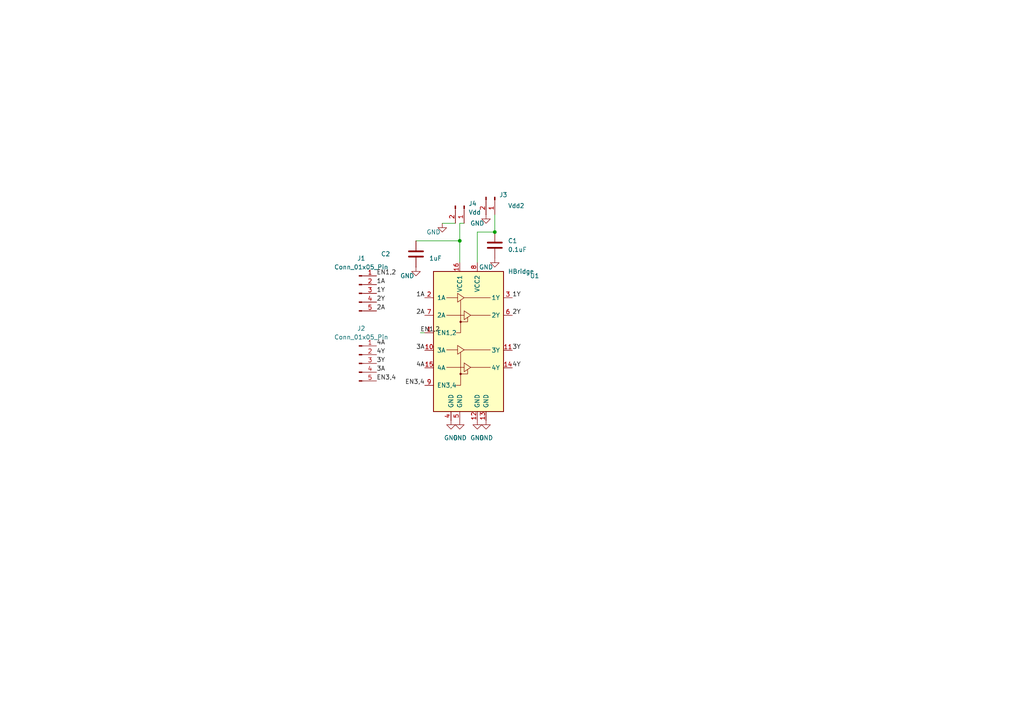
<source format=kicad_sch>
(kicad_sch (version 20231120) (generator "eeschema") (generator_version "8.0")
  (paper "A4")
  (lib_symbols
    (symbol "Connector:Conn_01x02_Pin" (pin_names (offset 1.016) hide)
      (property "Reference" "J" (at 0 2.54 0))
      (property "Value" "Conn_01x02_Pin" (at 0 -5.08 0))
      (symbol "Conn_01x02_Pin_1_1"
        (polyline (pts (xy 1.27 -2.54) (xy 0.8636 -2.54)) (stroke (width 0.1524)))
        (polyline (pts (xy 1.27 0) (xy 0.8636 0)) (stroke (width 0.1524)))
        (rectangle (start 0.8636 -2.413) (end 0 -2.667) (stroke (width 0.1524)) (fill (type outline)))
        (rectangle (start 0.8636 0.127) (end 0 -0.127) (stroke (width 0.1524)) (fill (type outline)))
        (pin passive line (at 5.08 0 180) (length 3.81) (name "Pin_1") (number "1"))
        (pin passive line (at 5.08 -2.54 180) (length 3.81) (name "Pin_2") (number "2"))
      )
    )
    (symbol "Connector:Conn_01x05_Pin" (pin_names (offset 1.016) hide)
      (property "Reference" "J" (at 0 7.62 0))
      (property "Value" "Conn_01x05_Pin" (at 0 -7.62 0))
      (symbol "Conn_01x05_Pin_1_1"
        (polyline (pts (xy 1.27 -5.08) (xy 0.8636 -5.08)) (stroke (width 0.1524)))
        (polyline (pts (xy 1.27 -2.54) (xy 0.8636 -2.54)) (stroke (width 0.1524)))
        (polyline (pts (xy 1.27 0) (xy 0.8636 0)) (stroke (width 0.1524)))
        (polyline (pts (xy 1.27 2.54) (xy 0.8636 2.54)) (stroke (width 0.1524)))
        (polyline (pts (xy 1.27 5.08) (xy 0.8636 5.08)) (stroke (width 0.1524)))
        (rectangle (start 0.8636 -4.953) (end 0 -5.207) (stroke (width 0.1524)) (fill (type outline)))
        (rectangle (start 0.8636 -2.413) (end 0 -2.667) (stroke (width 0.1524)) (fill (type outline)))
        (rectangle (start 0.8636 0.127) (end 0 -0.127) (stroke (width 0.1524)) (fill (type outline)))
        (rectangle (start 0.8636 2.667) (end 0 2.413) (stroke (width 0.1524)) (fill (type outline)))
        (rectangle (start 0.8636 5.207) (end 0 4.953) (stroke (width 0.1524)) (fill (type outline)))
        (pin passive line (at 5.08 5.08 180) (length 3.81) (name "Pin_1") (number "1"))
        (pin passive line (at 5.08 2.54 180) (length 3.81) (name "Pin_2") (number "2"))
        (pin passive line (at 5.08 0 180) (length 3.81) (name "Pin_3") (number "3"))
        (pin passive line (at 5.08 -2.54 180) (length 3.81) (name "Pin_4") (number "4"))
        (pin passive line (at 5.08 -5.08 180) (length 3.81) (name "Pin_5") (number "5"))
      )
    )
    (symbol "Device:C" (pin_numbers hide) (pin_names (offset 0.254))
      (property "Reference" "C" (at 0.635 2.54 0))
      (property "Value" "C" (at 0.635 -2.54 0))
      (symbol "C_0_1"
        (polyline (pts (xy -2.032 -0.762) (xy 2.032 -0.762)) (stroke (width 0.508)))
        (polyline (pts (xy -2.032 0.762) (xy 2.032 0.762)) (stroke (width 0.508)))
      )
      (symbol "C_1_1"
        (pin passive line (at 0 3.81 270) (length 2.794) (name "~") (number "1"))
        (pin passive line (at 0 -3.81 90) (length 2.794) (name "~") (number "2"))
      )
    )
    (symbol "Driver_Motor:L293D" (pin_names (offset 1.016))
      (property "Reference" "U" (at -5.08 26.035 0))
      (property "Value" "L293D" (at -5.08 24.13 0))
      (symbol "L293D_0_1"
        (rectangle (start -10.16 22.86) (end 10.16 -17.78) (stroke (width 0.254)) (fill (type background)))
        (circle (center -2.286 -6.858) (radius 0.254) (fill (type outline)))
        (circle (center -2.286 8.255) (radius 0.254) (fill (type outline)))
        (polyline (pts (xy -6.35 -4.953) (xy -1.27 -4.953)))
        (polyline (pts (xy -6.35 0.127) (xy -3.175 0.127)))
        (polyline (pts (xy -6.35 10.16) (xy -1.27 10.16)))
        (polyline (pts (xy -6.35 15.24) (xy -3.175 15.24)))
        (polyline (pts (xy -1.27 0.127) (xy 6.35 0.127)))
        (polyline (pts (xy -1.27 15.24) (xy 6.35 15.24)))
        (polyline (pts (xy 0.635 -4.953) (xy 6.35 -4.953)))
        (polyline (pts (xy 0.635 10.16) (xy 6.35 10.16)))
        (polyline (pts (xy -2.286 -6.858) (xy -0.254 -6.858) (xy -0.254 -5.588)))
        (polyline (pts (xy -2.286 -0.635) (xy -2.286 -10.16) (xy -3.556 -10.16)))
        (polyline (pts (xy -2.286 8.255) (xy -0.254 8.255) (xy -0.254 9.525)))
        (polyline (pts (xy -2.286 14.478) (xy -2.286 5.08) (xy -3.556 5.08)))
        (polyline (pts (xy -3.175 1.397) (xy -3.175 -1.143) (xy -1.27 0.127) (xy -3.175 1.397)))
        (polyline (pts (xy -3.175 16.51) (xy -3.175 13.97) (xy -1.27 15.24) (xy -3.175 16.51)))
        (polyline (pts (xy -1.27 -3.683) (xy -1.27 -6.223) (xy 0.635 -4.953) (xy -1.27 -3.683)))
        (polyline (pts (xy -1.27 11.43) (xy -1.27 8.89) (xy 0.635 10.16) (xy -1.27 11.43)))
      )
      (symbol "L293D_1_1"
        (pin input line (at -12.7 5.08 0) (length 2.54) (name "EN1,2") (number "1"))
        (pin input line (at -12.7 0 0) (length 2.54) (name "3A") (number "10"))
        (pin output line (at 12.7 0 180) (length 2.54) (name "3Y") (number "11"))
        (pin power_in line (at 2.54 -20.32 90) (length 2.54) (name "GND") (number "12"))
        (pin power_in line (at 5.08 -20.32 90) (length 2.54) (name "GND") (number "13"))
        (pin output line (at 12.7 -5.08 180) (length 2.54) (name "4Y") (number "14"))
        (pin input line (at -12.7 -5.08 0) (length 2.54) (name "4A") (number "15"))
        (pin power_in line (at -2.54 25.4 270) (length 2.54) (name "VCC1") (number "16"))
        (pin input line (at -12.7 15.24 0) (length 2.54) (name "1A") (number "2"))
        (pin output line (at 12.7 15.24 180) (length 2.54) (name "1Y") (number "3"))
        (pin power_in line (at -5.08 -20.32 90) (length 2.54) (name "GND") (number "4"))
        (pin power_in line (at -2.54 -20.32 90) (length 2.54) (name "GND") (number "5"))
        (pin output line (at 12.7 10.16 180) (length 2.54) (name "2Y") (number "6"))
        (pin input line (at -12.7 10.16 0) (length 2.54) (name "2A") (number "7"))
        (pin power_in line (at 2.54 25.4 270) (length 2.54) (name "VCC2") (number "8"))
        (pin input line (at -12.7 -10.16 0) (length 2.54) (name "EN3,4") (number "9"))
      )
    )
    (symbol "power:GND" (power) (pin_numbers hide) (pin_names (offset 0) hide)
      (property "Value" "GND" (at 0 -3.81 0))
      (symbol "GND_0_1"
        (polyline (pts (xy 0 0) (xy 0 -1.27) (xy 1.27 -1.27) (xy 0 -2.54) (xy -1.27 -1.27) (xy 0 -1.27)))
      )
      (symbol "GND_1_1"
        (pin power_in line (at 0 0 270) (length 0) (name "~") (number "1"))
      )
    )
  )
  (junction (at 133.35 69.85))
  (junction (at 143.51 67.31))
  (wire (pts (xy 128.27 64.77) (xy 132.08 64.77)))
  (wire (pts (xy 143.51 62.23) (xy 143.51 67.31)))
  (wire (pts (xy 133.35 69.85) (xy 133.35 76.2)))
  (wire (pts (xy 133.35 64.77) (xy 133.35 69.85)))
  (wire (pts (xy 138.43 67.31) (xy 143.51 67.31)))
  (wire (pts (xy 120.65 69.85) (xy 133.35 69.85)))
  (wire (pts (xy 121.92 96.52) (xy 123.19 96.52)))
  (wire (pts (xy 133.35 64.77) (xy 134.62 64.77)))
  (wire (pts (xy 138.43 67.31) (xy 138.43 76.2)))
  (label "4A" (at 123.19 106.68 180))
  (label "3Y" (at 148.59 101.6 0))
  (label "EN1,2" (at 121.92 96.52 0))
  (label "3A" (at 109.22 107.95 0))
  (label "EN3,4" (at 123.19 111.76 180))
  (label "2Y" (at 109.22 87.63 0))
  (label "4Y" (at 109.22 102.87 0))
  (label "1A" (at 123.19 86.36 180))
  (label "1A" (at 109.22 82.55 0))
  (label "4A" (at 109.22 100.33 0))
  (label "3Y" (at 109.22 105.41 0))
  (label "4Y" (at 148.59 106.68 0))
  (label "2A" (at 109.22 90.17 0))
  (label "1Y" (at 109.22 85.09 0))
  (label "EN1,2" (at 109.22 80.01 0))
  (label "3A" (at 123.19 101.6 180))
  (label "1Y" (at 148.59 86.36 0))
  (label "EN3,4" (at 109.22 110.49 0))
  (label "2A" (at 123.19 91.44 180))
  (label "2Y" (at 148.59 91.44 0))
  (symbol (lib_id "Device:C") (at 120.65 73.66 0) (unit 1)
    (property "Reference" "C2" (at 110.49 73.66 0) (effects (justify left)))
    (property "Value" "1uF" (at 124.46 74.9299 0) (effects (justify left)))
    (property "Footprint" "Capacitor_SMD:C_0805_2012Metric_Pad1.18x1.45mm_HandSolder" (effects (hide yes)))
    (property "Description" "Unpolarized capacitor" (effects (hide yes)))
  )
  (symbol (lib_id "power:GND") (at 130.81 121.92 0) (unit 1)
    (property "Reference" "#PWR04" (effects (hide yes)))
    (property "Value" "GND" (at 130.81 127 0))
    (property "Description" "Power symbol creates a global label with name \"GND\" , ground" (effects (hide yes)))
  )
  (symbol (lib_id "power:GND") (at 120.65 77.47 0) (unit 1)
    (property "Reference" "#PWR07" (effects (hide yes)))
    (property "Value" "GND" (at 118.11 80.01 0))
    (property "Description" "Power symbol creates a global label with name \"GND\" , ground" (effects (hide yes)))
  )
  (symbol (lib_id "power:GND") (at 138.43 121.92 0) (unit 1)
    (property "Reference" "#PWR08" (effects (hide yes)))
    (property "Value" "GND" (at 138.43 127 0))
    (property "Description" "Power symbol creates a global label with name \"GND\" , ground" (effects (hide yes)))
  )
  (symbol (lib_id "power:GND") (at 140.97 121.92 0) (unit 1)
    (property "Reference" "#PWR01" (effects (hide yes)))
    (property "Value" "GND" (at 140.97 127 0))
    (property "Description" "Power symbol creates a global label with name \"GND\" , ground" (effects (hide yes)))
  )
  (symbol (lib_id "Device:C") (at 143.51 71.12 0) (unit 1)
    (property "Reference" "C1" (at 147.32 69.8499 0) (effects (justify left)))
    (property "Value" "0.1uF" (at 147.32 72.3899 0) (effects (justify left)))
    (property "Footprint" "Capacitor_SMD:C_0805_2012Metric_Pad1.18x1.45mm_HandSolder" (effects (hide yes)))
    (property "Description" "Unpolarized capacitor" (effects (hide yes)))
  )
  (symbol (lib_id "Connector:Conn_01x02_Pin") (at 143.51 57.15 270) (unit 1)
    (property "Reference" "J3" (at 144.78 56.5149 90) (effects (justify left)))
    (property "Value" "Vdd2" (at 147.32 59.69 90) (effects (justify left)))
    (property "Footprint" "Connector_PinHeader_2.54mm:PinHeader_1x02_P2.54mm_Vertical" (effects (hide yes)))
    (property "Description" "Generic connector, single row, 01x02, script generated" (effects (hide yes)))
  )
  (symbol (lib_id "Driver_Motor:L293D") (at 135.89 101.6 0) (unit 1)
    (property "Reference" "U1" (at 153.67 80.01 0) (effects (justify left)))
    (property "Value" "HBridge" (at 147.32 78.74 0) (effects (justify left)))
    (property "Footprint" "Package_DIP:DIP-16_W7.62mm" (effects (hide yes)))
    (property "Datasheet" "http://www.ti.com/lit/ds/symlink/l293.pdf" (effects (hide yes)))
    (property "Description" "Quadruple Half-H Drivers" (effects (hide yes)))
  )
  (symbol (lib_id "Connector:Conn_01x05_Pin") (at 104.14 105.41 0) (unit 1)
    (property "Reference" "J2" (at 104.775 95.25 0))
    (property "Value" "Conn_01x05_Pin" (at 104.775 97.79 0))
    (property "Footprint" "Connector_PinHeader_2.54mm:PinHeader_1x05_P2.54mm_Vertical" (effects (hide yes)))
    (property "Description" "Generic connector, single row, 01x05, script generated" (effects (hide yes)))
  )
  (symbol (lib_id "power:GND") (at 140.97 62.23 0) (unit 1)
    (property "Reference" "#PWR02" (effects (hide yes)))
    (property "Value" "GND" (at 138.43 64.77 0))
    (property "Description" "Power symbol creates a global label with name \"GND\" , ground" (effects (hide yes)))
  )
  (symbol (lib_id "Connector:Conn_01x05_Pin") (at 104.14 85.09 0) (unit 1)
    (property "Reference" "J1" (at 104.775 74.93 0))
    (property "Value" "Conn_01x05_Pin" (at 104.775 77.47 0))
    (property "Footprint" "Connector_PinHeader_2.54mm:PinHeader_1x05_P2.54mm_Vertical" (effects (hide yes)))
    (property "Description" "Generic connector, single row, 01x05, script generated" (effects (hide yes)))
  )
  (symbol (lib_id "power:GND") (at 128.27 64.77 0) (unit 1)
    (property "Reference" "#PWR05" (effects (hide yes)))
    (property "Value" "GND" (at 125.73 67.31 0))
    (property "Description" "Power symbol creates a global label with name \"GND\" , ground" (effects (hide yes)))
  )
  (symbol (lib_id "power:GND") (at 133.35 121.92 0) (unit 1)
    (property "Reference" "#PWR03" (effects (hide yes)))
    (property "Value" "GND" (at 133.35 127 0))
    (property "Description" "Power symbol creates a global label with name \"GND\" , ground" (effects (hide yes)))
  )
  (symbol (lib_id "Connector:Conn_01x02_Pin") (at 134.62 59.69 270) (unit 1)
    (property "Reference" "J4" (at 135.89 59.0549 90) (effects (justify left)))
    (property "Value" "Vdd" (at 135.89 61.5949 90) (effects (justify left)))
    (property "Footprint" "Connector_PinHeader_2.54mm:PinHeader_1x02_P2.54mm_Vertical" (effects (hide yes)))
    (property "Description" "Generic connector, single row, 01x02, script generated" (effects (hide yes)))
  )
  (symbol (lib_id "power:GND") (at 143.51 74.93 0) (unit 1)
    (property "Reference" "#PWR06" (effects (hide yes)))
    (property "Value" "GND" (at 140.97 77.47 0))
    (property "Description" "Power symbol creates a global label with name \"GND\" , ground" (effects (hide yes)))
  )
)
</source>
